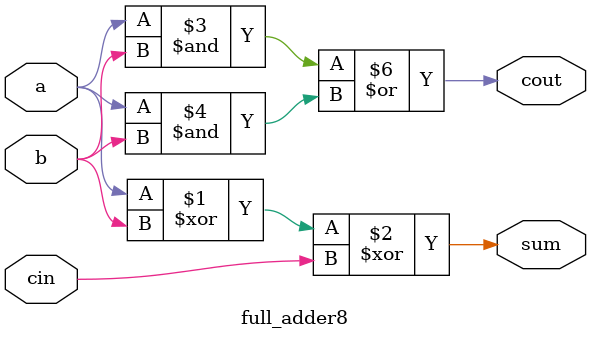
<source format=v>
module full_adder8(a,b,cin,sum,cout);
input a,b,cin;
output sum,cout;
assign sum = a^b^cin;
assign cout = a&b|1'b1&(a&b); 
// initial begin
//     $display("The incorrect adder with and1 having in1/1");
// end   
endmodule
</source>
